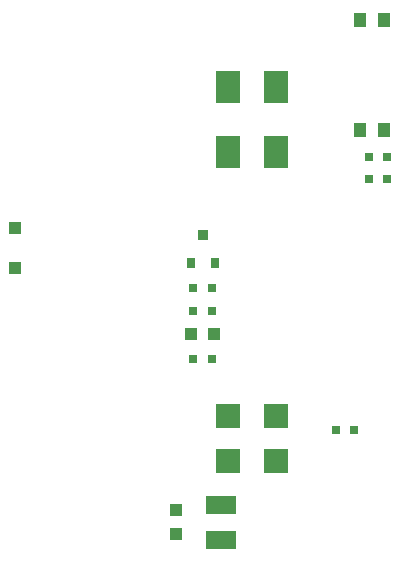
<source format=gtp>
%FSTAX23Y23*%
%MOIN*%
%SFA1B1*%

%IPPOS*%
%ADD19R,0.098430X0.062990*%
%ADD20R,0.039370X0.047240*%
%ADD21R,0.039370X0.039370*%
%ADD22R,0.031500X0.035430*%
%ADD23R,0.035430X0.035430*%
%ADD24R,0.025000X0.030000*%
%ADD25R,0.039370X0.043310*%
%ADD26R,0.043310X0.039370*%
%ADD27R,0.082680X0.106300*%
%ADD28R,0.082680X0.078740*%
%LN86ÐÍzigbeeÖÇÄÜ²å×ù°å-1*%
%LPD*%
G54D19*
X05132Y02957D03*
Y03075D03*
G54D20*
X05594Y04691D03*
X05675D03*
Y04323D03*
X05594D03*
G54D21*
X04446Y03863D03*
Y03996D03*
G54D22*
X05111Y0388D03*
X0503Y03882D03*
G54D23*
X0507Y03973D03*
G54D24*
X05685Y04162D03*
X05623D03*
Y04234D03*
X05685D03*
X05039Y03796D03*
X05101D03*
X05514Y03324D03*
X05576D03*
X05039Y0356D03*
X05101D03*
X05039Y0372D03*
X05101D03*
G54D25*
X0503Y03645D03*
X05109D03*
G54D26*
X04981Y02979D03*
Y03058D03*
G54D27*
X05315Y04251D03*
Y04466D03*
X05155D03*
Y04251D03*
G54D28*
X05315Y0337D03*
Y03221D03*
X05154D03*
Y0337D03*
M02*
</source>
